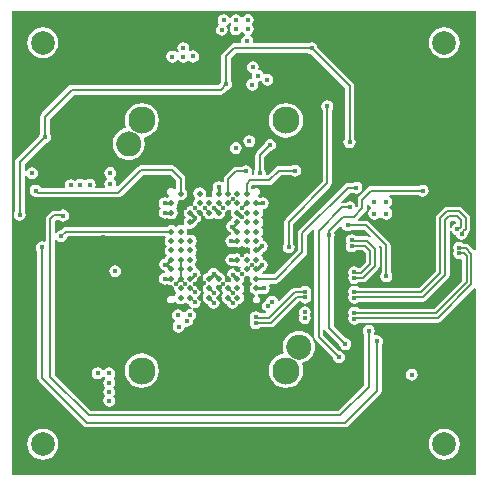
<source format=gtl>
G04*
G04 #@! TF.GenerationSoftware,Altium Limited,Altium Designer,19.1.1 (5)*
G04*
G04 Layer_Physical_Order=1*
G04 Layer_Color=255*
%FSLAX44Y44*%
%MOMM*%
G71*
G01*
G75*
%ADD15P,0.0275X8X112.5*%
%ADD16C,0.5001*%
%ADD22C,0.1500*%
%ADD23C,0.2000*%
%ADD24C,0.3000*%
%ADD25C,0.2540*%
%ADD26C,2.0000*%
%ADD27C,1.3000*%
%ADD28C,2.3000*%
%ADD29C,0.4000*%
G36*
X396431Y194684D02*
X395161Y194158D01*
X390597Y198723D01*
X389357Y199552D01*
X387893Y199843D01*
X386249D01*
X386075Y200104D01*
X384421Y201209D01*
X382470Y201597D01*
X380519Y201209D01*
X378865Y200104D01*
X377760Y198450D01*
X377372Y196499D01*
X377760Y194548D01*
X378127Y193999D01*
X377760Y193450D01*
X377372Y191499D01*
X377760Y189548D01*
X378865Y187894D01*
X380519Y186789D01*
X382470Y186401D01*
X383807Y186667D01*
X385077Y185816D01*
Y168514D01*
X361256Y144693D01*
X297659D01*
X297485Y144955D01*
X295831Y146060D01*
X293880Y146448D01*
X291929Y146060D01*
X290275Y144955D01*
X289170Y143301D01*
X288782Y141350D01*
X289170Y139399D01*
X289537Y138850D01*
X289170Y138301D01*
X288782Y136350D01*
X289170Y134399D01*
X290275Y132745D01*
X291929Y131640D01*
X293880Y131252D01*
X295831Y131640D01*
X297485Y132745D01*
X297659Y133007D01*
X364513D01*
X365977Y133298D01*
X367217Y134126D01*
X395161Y162071D01*
X396431Y161545D01*
Y3569D01*
X3569D01*
Y396431D01*
X396431D01*
Y194684D01*
D02*
G37*
%LPC*%
G36*
X203660Y394228D02*
X201709Y393840D01*
X200055Y392735D01*
X199246Y391524D01*
X197907Y391418D01*
X197789Y391455D01*
X197075Y392525D01*
X195421Y393630D01*
X193470Y394018D01*
X191519Y393630D01*
X189865Y392525D01*
X188947Y391151D01*
X188919Y391140D01*
X187878Y391073D01*
X187536Y391151D01*
X186725Y392365D01*
X185071Y393470D01*
X183120Y393858D01*
X181169Y393470D01*
X179515Y392365D01*
X178410Y390711D01*
X178022Y388760D01*
X178410Y386809D01*
X179374Y385366D01*
X177935Y384405D01*
X176830Y382751D01*
X176442Y380800D01*
X176830Y378849D01*
X177935Y377195D01*
X179589Y376090D01*
X181540Y375702D01*
X183491Y376090D01*
X185145Y377195D01*
X186250Y378849D01*
X186638Y380800D01*
X186250Y382751D01*
X185286Y384194D01*
X186725Y385155D01*
X187643Y386529D01*
X187671Y386540D01*
X188711Y386608D01*
X189054Y386529D01*
X189272Y386203D01*
X189705Y384965D01*
X188600Y383311D01*
X188212Y381360D01*
X188600Y379409D01*
X189705Y377755D01*
X191359Y376650D01*
X193310Y376262D01*
X195261Y376650D01*
X196915Y377755D01*
X197726Y378970D01*
X199043Y379103D01*
X199196Y379057D01*
X199845Y378085D01*
X200865Y377404D01*
X200898Y377304D01*
X200777Y375935D01*
X199595Y375145D01*
X198490Y373491D01*
X198102Y371540D01*
X198303Y370528D01*
X197300Y369258D01*
X191880D01*
X190319Y368948D01*
X188996Y368064D01*
X188996Y368064D01*
X182356Y361424D01*
X181472Y360101D01*
X181162Y358540D01*
X181162Y358540D01*
Y337696D01*
X180530Y336751D01*
X180308Y335636D01*
X178751Y334078D01*
X54420D01*
X54420Y334078D01*
X52859Y333768D01*
X51536Y332884D01*
X51536Y332884D01*
X28926Y310274D01*
X28042Y308951D01*
X27732Y307390D01*
X27732Y307390D01*
Y292806D01*
X27100Y291861D01*
X26878Y290746D01*
X7566Y271434D01*
X6682Y270111D01*
X6372Y268550D01*
X6372Y268550D01*
Y227086D01*
X5740Y226141D01*
X5352Y224190D01*
X5740Y222239D01*
X6845Y220585D01*
X8499Y219480D01*
X10450Y219092D01*
X12401Y219480D01*
X14055Y220585D01*
X15160Y222239D01*
X15548Y224190D01*
X15160Y226141D01*
X14528Y227086D01*
Y257662D01*
X14746Y258842D01*
X14746Y258842D01*
Y258842D01*
X15798Y258946D01*
X15828Y258797D01*
X16080Y257529D01*
X17185Y255875D01*
X18839Y254770D01*
X20790Y254382D01*
X22741Y254770D01*
X24395Y255875D01*
X25500Y257529D01*
X25888Y259480D01*
X25500Y261431D01*
X24395Y263085D01*
X22741Y264190D01*
X20790Y264578D01*
X18839Y264190D01*
X17185Y263085D01*
X16080Y261431D01*
X15828Y260163D01*
X15798Y260014D01*
X14746Y260118D01*
Y260118D01*
X14746Y260118D01*
X14528Y261298D01*
Y266861D01*
X32646Y284978D01*
X33761Y285200D01*
X35415Y286305D01*
X36520Y287959D01*
X36908Y289910D01*
X36520Y291861D01*
X35888Y292806D01*
Y305701D01*
X56109Y325922D01*
X180440D01*
X180440Y325922D01*
X182001Y326232D01*
X183324Y327116D01*
X186076Y329868D01*
X187191Y330090D01*
X188845Y331195D01*
X189950Y332849D01*
X190338Y334800D01*
X189950Y336751D01*
X189318Y337696D01*
Y356851D01*
X193569Y361102D01*
X254664D01*
X255609Y360470D01*
X256724Y360248D01*
X285582Y331391D01*
Y288696D01*
X284950Y287751D01*
X284562Y285800D01*
X284950Y283849D01*
X286055Y282195D01*
X287709Y281090D01*
X289660Y280702D01*
X291611Y281090D01*
X293265Y282195D01*
X294370Y283849D01*
X294758Y285800D01*
X294370Y287751D01*
X293738Y288696D01*
Y333080D01*
X293738Y333080D01*
X293428Y334641D01*
X292544Y335964D01*
X292544Y335964D01*
X262492Y366016D01*
X262270Y367131D01*
X261165Y368785D01*
X259511Y369890D01*
X257560Y370278D01*
X255609Y369890D01*
X254664Y369258D01*
X209100D01*
X208097Y370528D01*
X208298Y371540D01*
X207910Y373491D01*
X206805Y375145D01*
X205786Y375826D01*
X205752Y375926D01*
X205872Y377295D01*
X207055Y378085D01*
X208160Y379739D01*
X208548Y381690D01*
X208160Y383641D01*
X207055Y385295D01*
Y385385D01*
X207265Y385525D01*
X208370Y387179D01*
X208758Y389130D01*
X208370Y391081D01*
X207265Y392735D01*
X205611Y393840D01*
X203660Y394228D01*
D02*
G37*
G36*
X149070Y370398D02*
X147119Y370010D01*
X145465Y368905D01*
X144360Y367251D01*
X143972Y365300D01*
X144360Y363349D01*
X144989Y362408D01*
X144758Y361976D01*
X143570Y361776D01*
X143244Y361839D01*
X141731Y362850D01*
X139780Y363238D01*
X137829Y362850D01*
X136175Y361745D01*
X135070Y360091D01*
X134682Y358140D01*
X135070Y356189D01*
X136175Y354535D01*
X137829Y353430D01*
X139780Y353042D01*
X141731Y353430D01*
X143385Y354535D01*
X143790Y355142D01*
X145060D01*
X145465Y354535D01*
X147119Y353430D01*
X149070Y353042D01*
X151021Y353430D01*
X152371Y354332D01*
X153695Y354635D01*
X155349Y353530D01*
X157300Y353142D01*
X159251Y353530D01*
X160905Y354635D01*
X162010Y356289D01*
X162398Y358240D01*
X162010Y360191D01*
X160905Y361845D01*
X159251Y362950D01*
X157300Y363338D01*
X155349Y362950D01*
X154792Y362578D01*
X154002Y363180D01*
X153798Y363441D01*
X154168Y365300D01*
X153780Y367251D01*
X152675Y368905D01*
X151021Y370010D01*
X149070Y370398D01*
D02*
G37*
G36*
X370000Y383112D02*
X366606Y382665D01*
X363444Y381356D01*
X360728Y379272D01*
X358644Y376556D01*
X357335Y373394D01*
X356888Y370000D01*
X357335Y366606D01*
X358644Y363444D01*
X360728Y360728D01*
X363444Y358644D01*
X366606Y357335D01*
X370000Y356888D01*
X373394Y357335D01*
X376556Y358644D01*
X379272Y360728D01*
X381356Y363444D01*
X382665Y366606D01*
X383112Y370000D01*
X382665Y373394D01*
X381356Y376556D01*
X379272Y379272D01*
X376556Y381356D01*
X373394Y382665D01*
X370000Y383112D01*
D02*
G37*
G36*
X30000D02*
X26606Y382665D01*
X23444Y381356D01*
X20728Y379272D01*
X18644Y376556D01*
X17335Y373394D01*
X16888Y370000D01*
X17335Y366606D01*
X18644Y363444D01*
X20728Y360728D01*
X23444Y358644D01*
X26606Y357335D01*
X30000Y356888D01*
X33394Y357335D01*
X36556Y358644D01*
X39272Y360728D01*
X41356Y363444D01*
X42665Y366606D01*
X43112Y370000D01*
X42665Y373394D01*
X41356Y376556D01*
X39272Y379272D01*
X36556Y381356D01*
X33394Y382665D01*
X30000Y383112D01*
D02*
G37*
G36*
X207840Y354248D02*
X205889Y353860D01*
X204235Y352755D01*
X203130Y351101D01*
X202742Y349150D01*
X203130Y347199D01*
X204235Y345545D01*
X205889Y344440D01*
X207125Y344194D01*
X207180Y344061D01*
X206792Y342110D01*
X207068Y340722D01*
X207180Y340159D01*
X206192Y339352D01*
X205529Y339220D01*
X203875Y338115D01*
X202770Y336461D01*
X202382Y334510D01*
X202770Y332559D01*
X203875Y330905D01*
X205529Y329800D01*
X207480Y329412D01*
X209431Y329800D01*
X211085Y330905D01*
X212190Y332559D01*
X212578Y334510D01*
X212302Y335898D01*
X212190Y336461D01*
X213178Y337268D01*
X213841Y337400D01*
X214174Y337623D01*
X215347Y337137D01*
X215470Y336519D01*
X216575Y334865D01*
X218229Y333760D01*
X220180Y333372D01*
X222131Y333760D01*
X223785Y334865D01*
X224890Y336519D01*
X225278Y338470D01*
X224890Y340421D01*
X223785Y342075D01*
X222131Y343180D01*
X220180Y343568D01*
X218229Y343180D01*
X217896Y342957D01*
X216723Y343443D01*
X216600Y344061D01*
X215495Y345715D01*
X213841Y346820D01*
X212605Y347066D01*
X212550Y347199D01*
X212938Y349150D01*
X212550Y351101D01*
X211445Y352755D01*
X209791Y353860D01*
X207840Y354248D01*
D02*
G37*
G36*
X235791Y318874D02*
X232006Y318376D01*
X228478Y316915D01*
X225449Y314591D01*
X223125Y311562D01*
X221664Y308034D01*
X221166Y304249D01*
X221664Y300464D01*
X223125Y296937D01*
X225449Y293908D01*
X228478Y291584D01*
X232006Y290123D01*
X235791Y289624D01*
X239576Y290123D01*
X243103Y291584D01*
X246132Y293908D01*
X248456Y296937D01*
X249917Y300464D01*
X250416Y304249D01*
X249917Y308034D01*
X248456Y311562D01*
X246132Y314591D01*
X243103Y316915D01*
X239576Y318376D01*
X235791Y318874D01*
D02*
G37*
G36*
X204890Y291648D02*
X202939Y291260D01*
X201285Y290155D01*
X200180Y288501D01*
X199792Y286550D01*
X200180Y284599D01*
X201285Y282945D01*
X202939Y281840D01*
X204890Y281452D01*
X206841Y281840D01*
X208495Y282945D01*
X209600Y284599D01*
X209988Y286550D01*
X209600Y288501D01*
X208495Y290155D01*
X206841Y291260D01*
X204890Y291648D01*
D02*
G37*
G36*
X193470Y285878D02*
X191519Y285490D01*
X189865Y284385D01*
X188760Y282731D01*
X188372Y280780D01*
X188760Y278829D01*
X189865Y277175D01*
X191519Y276070D01*
X193470Y275682D01*
X195421Y276070D01*
X197075Y277175D01*
X198180Y278829D01*
X198568Y280780D01*
X198180Y282731D01*
X197075Y284385D01*
X195421Y285490D01*
X193470Y285878D01*
D02*
G37*
G36*
X113789Y318874D02*
X110004Y318376D01*
X106477Y316915D01*
X103448Y314591D01*
X101124Y311562D01*
X99663Y308034D01*
X99164Y304249D01*
X99663Y300464D01*
X100422Y298630D01*
X99905Y297733D01*
X99528Y297471D01*
X99271Y297383D01*
X98878Y297305D01*
X96324Y296247D01*
X95992Y296025D01*
X95633Y295848D01*
X93440Y294165D01*
X93176Y293864D01*
X92875Y293601D01*
X91192Y291407D01*
X91015Y291048D01*
X90793Y290716D01*
X89735Y288162D01*
X89657Y287769D01*
X89528Y287390D01*
X89167Y284649D01*
X89193Y284250D01*
X89167Y283851D01*
X89528Y281110D01*
X89657Y280731D01*
X89735Y280338D01*
X90793Y277784D01*
X91015Y277452D01*
X91192Y277093D01*
X92875Y274900D01*
X93176Y274636D01*
X93440Y274335D01*
X95633Y272652D01*
X95992Y272475D01*
X96324Y272253D01*
X98878Y271195D01*
X99271Y271117D01*
X99650Y270988D01*
X102391Y270627D01*
X102790Y270653D01*
X103189Y270627D01*
X105930Y270988D01*
X106309Y271117D01*
X106701Y271195D01*
X109256Y272253D01*
X109588Y272475D01*
X109947Y272652D01*
X112141Y274335D01*
X112404Y274636D01*
X112705Y274900D01*
X114388Y277093D01*
X114565Y277452D01*
X114787Y277784D01*
X115845Y280338D01*
X115923Y280731D01*
X116052Y281110D01*
X116413Y283851D01*
X116387Y284250D01*
X116413Y284649D01*
X116052Y287390D01*
X115923Y287769D01*
X115845Y288162D01*
X115564Y288842D01*
X116199Y289942D01*
X117575Y290123D01*
X121102Y291584D01*
X124131Y293908D01*
X126455Y296937D01*
X127916Y300464D01*
X128414Y304249D01*
X127916Y308034D01*
X126455Y311562D01*
X124131Y314591D01*
X121102Y316915D01*
X117575Y318376D01*
X113789Y318874D01*
D02*
G37*
G36*
X222490Y288458D02*
X220539Y288070D01*
X218885Y286965D01*
X217780Y285311D01*
X217469Y283746D01*
X210956Y277234D01*
X210128Y275993D01*
X209837Y274530D01*
Y262868D01*
X208950Y261541D01*
X208562Y259590D01*
X208725Y258772D01*
X207859Y257718D01*
X207507Y257736D01*
X206830Y259009D01*
X207218Y260960D01*
X206830Y262911D01*
X205725Y264565D01*
X204071Y265670D01*
X202120Y266058D01*
X200169Y265670D01*
X198842Y264783D01*
X193590D01*
X192127Y264492D01*
X190886Y263664D01*
X184115Y256893D01*
X183287Y255652D01*
X182995Y254189D01*
Y252384D01*
X181726Y251705D01*
X180791Y252330D01*
X178840Y252718D01*
X176889Y252330D01*
X175235Y251225D01*
X174130Y249571D01*
X173742Y247620D01*
X174130Y245669D01*
X174387Y245285D01*
X173639Y244167D01*
X173212Y242020D01*
X173559Y240279D01*
X173452Y240085D01*
X172755Y239388D01*
X172561Y239282D01*
X170819Y239628D01*
X169081Y239282D01*
X168888Y239388D01*
X168187Y240090D01*
X168083Y240280D01*
X168430Y242020D01*
X168002Y244167D01*
X166787Y245986D01*
X164967Y247202D01*
X162821Y247629D01*
X160675Y247202D01*
X158855Y245986D01*
X157640Y244167D01*
X157213Y242020D01*
X157640Y239874D01*
X158855Y238055D01*
Y237985D01*
X157640Y236166D01*
X157213Y234019D01*
X157558Y232281D01*
X157452Y232088D01*
X156750Y231387D01*
X156561Y231283D01*
X154820Y231629D01*
X152674Y231202D01*
X150854Y229987D01*
X149639Y228167D01*
X149212Y226021D01*
X149639Y223875D01*
X150854Y222055D01*
Y221986D01*
X149639Y220166D01*
X149212Y218020D01*
X149558Y216279D01*
X149451Y216084D01*
X148755Y215388D01*
X148560Y215281D01*
X146819Y215627D01*
X144673Y215200D01*
X142853Y213985D01*
X142786D01*
X140967Y215200D01*
X138821Y215627D01*
X136674Y215200D01*
X134855Y213985D01*
X134760Y213842D01*
X49579D01*
X48116Y213551D01*
X46875Y212722D01*
X45369Y211216D01*
X43579Y210860D01*
X41925Y209755D01*
X41443Y209034D01*
X40173Y209419D01*
Y218756D01*
X41394Y219977D01*
X43563D01*
X45189Y218890D01*
X47140Y218502D01*
X49091Y218890D01*
X50745Y219995D01*
X51850Y221649D01*
X52238Y223600D01*
X51850Y225551D01*
X50745Y227205D01*
X49091Y228310D01*
X47140Y228698D01*
X45189Y228310D01*
X44162Y227623D01*
X39810D01*
X38347Y227332D01*
X37106Y226504D01*
X33646Y223044D01*
X32818Y221803D01*
X32527Y220340D01*
Y201808D01*
X31407Y201209D01*
X31091Y201420D01*
X29140Y201808D01*
X27189Y201420D01*
X25535Y200315D01*
X24430Y198661D01*
X24042Y196710D01*
X24430Y194759D01*
X25317Y193432D01*
Y86430D01*
X25608Y84967D01*
X26436Y83726D01*
X64646Y45516D01*
X65887Y44688D01*
X67350Y44397D01*
X286210D01*
X287673Y44688D01*
X288914Y45516D01*
X315784Y72386D01*
X316612Y73627D01*
X316903Y75090D01*
Y113952D01*
X317790Y115279D01*
X318178Y117230D01*
X317790Y119181D01*
X316685Y120835D01*
X315031Y121940D01*
X313080Y122328D01*
X311129Y121940D01*
X310533Y123018D01*
X310404Y123582D01*
X310770Y124129D01*
X311158Y126080D01*
X310770Y128031D01*
X309665Y129685D01*
X308011Y130790D01*
X306060Y131178D01*
X304109Y130790D01*
X302455Y129685D01*
X301350Y128031D01*
X300962Y126080D01*
X301350Y124129D01*
X302237Y122802D01*
Y80204D01*
X280146Y58113D01*
X70504D01*
X40173Y88444D01*
Y202881D01*
X41443Y203266D01*
X41925Y202545D01*
X43579Y201440D01*
X45530Y201052D01*
X47481Y201440D01*
X49135Y202545D01*
X50240Y204199D01*
X50507Y205539D01*
X51163Y206196D01*
X133467D01*
X134146Y204925D01*
X133639Y204167D01*
X133212Y202020D01*
X133639Y199874D01*
X134855Y198055D01*
Y197985D01*
X133639Y196166D01*
X133212Y194020D01*
X133639Y191873D01*
X134180Y191063D01*
X134834Y190020D01*
X134180Y188977D01*
X133639Y188167D01*
X133514Y187537D01*
X132982Y187005D01*
X131699Y186750D01*
X130045Y185645D01*
X128940Y183991D01*
X128552Y182040D01*
X128940Y180089D01*
X130045Y178435D01*
X131699Y177330D01*
X132722Y177127D01*
X133057Y176158D01*
X132321Y174969D01*
X131369Y174780D01*
X129715Y173675D01*
X128610Y172021D01*
X128222Y170070D01*
X128610Y168119D01*
X129715Y166465D01*
X131369Y165360D01*
X133320Y164972D01*
X135271Y165360D01*
X135582Y165568D01*
X136674Y164837D01*
X138821Y164411D01*
X138859Y164418D01*
X138932Y164369D01*
X139816Y163046D01*
X141139Y162162D01*
X141216Y162047D01*
X141211Y162021D01*
X141638Y159874D01*
X142853Y158055D01*
Y157985D01*
X141638Y156166D01*
X141557Y155759D01*
X140342Y155391D01*
X140234Y155498D01*
X137107D01*
X135544Y153935D01*
Y150808D01*
X137107Y149244D01*
X140234D01*
X141213Y150223D01*
X142793Y150144D01*
X142853Y150054D01*
X144673Y148838D01*
X146819Y148411D01*
X148965Y148838D01*
X150785Y150054D01*
X150854D01*
X152674Y148838D01*
X153656Y148643D01*
X153760Y148119D01*
X154865Y146465D01*
X156095Y145643D01*
X155600Y144447D01*
X154690Y144628D01*
X152739Y144240D01*
X151085Y143135D01*
X150236Y141864D01*
X148988Y141758D01*
X148791Y141813D01*
X148055Y142915D01*
X146401Y144020D01*
X144450Y144408D01*
X142499Y144020D01*
X140845Y142915D01*
X139740Y141261D01*
X139352Y139310D01*
X139740Y137359D01*
X140845Y135705D01*
X141796Y135070D01*
X141797Y133543D01*
X141305Y133215D01*
X140200Y131561D01*
X139812Y129610D01*
X140200Y127659D01*
X141305Y126005D01*
X142959Y124900D01*
X144910Y124512D01*
X146861Y124900D01*
X148515Y126005D01*
X149620Y127659D01*
X149842Y128775D01*
X150151Y129620D01*
X151222Y129697D01*
X152200Y129502D01*
X154151Y129890D01*
X155805Y130995D01*
X156910Y132649D01*
X157298Y134600D01*
X157182Y135182D01*
X158295Y135925D01*
X159400Y137579D01*
X159788Y139530D01*
X159400Y141481D01*
X158295Y143135D01*
X157065Y143957D01*
X157560Y145153D01*
X158470Y144972D01*
X160421Y145360D01*
X162075Y146465D01*
X163180Y148119D01*
X163568Y150070D01*
X163180Y152021D01*
X162075Y153675D01*
Y154855D01*
X163180Y156509D01*
X163568Y158460D01*
X163180Y160411D01*
X162075Y162065D01*
X160421Y163170D01*
X160191Y163216D01*
X160002Y164167D01*
X159460Y164977D01*
X158807Y166020D01*
X159460Y167063D01*
X160002Y167873D01*
X160201Y168874D01*
X160381Y168910D01*
X162035Y170015D01*
X163140Y171669D01*
X163528Y173620D01*
X163140Y175571D01*
X162035Y177225D01*
X160381Y178330D01*
X160366Y178333D01*
X160002Y180166D01*
X158786Y181986D01*
Y182055D01*
X160002Y183875D01*
X160429Y186021D01*
X160002Y188167D01*
X159460Y188977D01*
X158807Y190020D01*
X159460Y191063D01*
X160002Y191873D01*
X160429Y194020D01*
X160002Y196166D01*
X158786Y197985D01*
Y198055D01*
X160002Y199874D01*
X160429Y202020D01*
X160002Y204167D01*
X158786Y205986D01*
X156966Y207202D01*
X154820Y207629D01*
X153080Y207283D01*
X152890Y207386D01*
X152188Y208088D01*
X152082Y208281D01*
X152428Y210019D01*
X152081Y211760D01*
X152188Y211954D01*
X152885Y212651D01*
X153079Y212758D01*
X154820Y212411D01*
X156966Y212838D01*
X158786Y214054D01*
X160002Y215874D01*
X160164Y216689D01*
X160921Y216840D01*
X162575Y217945D01*
X163680Y219599D01*
X164068Y221550D01*
X163680Y223501D01*
X162575Y225155D01*
X160921Y226260D01*
X160492Y226345D01*
X160332Y226505D01*
X160083Y227759D01*
X160189Y227952D01*
X160891Y228654D01*
X160932Y228676D01*
X162167Y228236D01*
X162240Y227869D01*
X163345Y226215D01*
X164999Y225110D01*
X165408Y225029D01*
X165638Y223875D01*
X166854Y222055D01*
X168673Y220840D01*
X170819Y220413D01*
X172966Y220840D01*
X174785Y222055D01*
X174855D01*
X176674Y220840D01*
X178820Y220413D01*
X180967Y220840D01*
X182786Y222055D01*
X184002Y223875D01*
X184429Y226021D01*
X184415Y226089D01*
X184451Y226142D01*
X185774Y227026D01*
X186658Y228349D01*
X186766Y228421D01*
X186819Y228411D01*
X188559Y228757D01*
X188749Y228654D01*
X189452Y227952D01*
X189557Y227759D01*
X189212Y226021D01*
X189639Y223875D01*
X190854Y222055D01*
Y221986D01*
X189639Y220166D01*
X189421Y219073D01*
X188549Y218900D01*
X186895Y217795D01*
X185790Y216141D01*
X185402Y214190D01*
X185790Y212239D01*
X186895Y210585D01*
X188549Y209480D01*
X189121Y209366D01*
X189540Y208194D01*
X188963Y207162D01*
X188742Y206929D01*
X187489Y206680D01*
X185835Y205575D01*
X184730Y203921D01*
X184342Y201970D01*
X184730Y200019D01*
X185835Y198365D01*
X187489Y197260D01*
X189440Y196872D01*
X191391Y197260D01*
X191717Y197478D01*
X192674Y196839D01*
X194820Y196412D01*
X196966Y196839D01*
X198786Y198055D01*
X198855D01*
X200675Y196839D01*
X202821Y196412D01*
X204559Y196758D01*
X204752Y196652D01*
X205453Y195950D01*
X205557Y195760D01*
X205211Y194020D01*
X205557Y192282D01*
X205454Y192093D01*
X204747Y191387D01*
X204559Y191284D01*
X202821Y191629D01*
X200675Y191203D01*
X199863Y190660D01*
X198820Y190009D01*
X197778Y190660D01*
X196966Y191203D01*
X194820Y191629D01*
X192674Y191203D01*
X191799Y190618D01*
X191601Y190750D01*
X189650Y191138D01*
X187699Y190750D01*
X186045Y189645D01*
X184940Y187991D01*
X184552Y186040D01*
X184940Y184089D01*
X186045Y182435D01*
X187699Y181330D01*
X189650Y180942D01*
X191601Y181330D01*
X191770Y181443D01*
X192674Y180840D01*
X194820Y180413D01*
X196561Y180759D01*
X196755Y180652D01*
X197452Y179955D01*
X197559Y179761D01*
X197213Y178020D01*
X197427Y176942D01*
X197223Y176520D01*
X196465Y175803D01*
X195702Y175912D01*
X194805Y177255D01*
X193151Y178360D01*
X191200Y178748D01*
X189249Y178360D01*
X187595Y177255D01*
X186490Y175601D01*
X186102Y173650D01*
X186490Y171699D01*
X187595Y170045D01*
X188941Y169146D01*
X189048Y168368D01*
X188350Y167631D01*
X187907Y167412D01*
X186819Y167629D01*
X185081Y167283D01*
X184893Y167386D01*
X184186Y168093D01*
X184083Y168281D01*
X184429Y170019D01*
X184002Y172165D01*
X182786Y173985D01*
X180967Y175201D01*
X179605Y175471D01*
X179575Y175502D01*
X179430Y176231D01*
X178325Y177885D01*
X176671Y178990D01*
X174720Y179378D01*
X172769Y178990D01*
X171115Y177885D01*
X170010Y176231D01*
X169852Y175435D01*
X168673Y175201D01*
X166854Y173985D01*
X165638Y172165D01*
X165211Y170019D01*
X165638Y167873D01*
X166179Y167063D01*
X166833Y166020D01*
X166179Y164977D01*
X165638Y164167D01*
X165211Y162021D01*
X165638Y159874D01*
X166854Y158055D01*
Y157985D01*
X165638Y156166D01*
X165211Y154020D01*
X165638Y151873D01*
X166854Y150054D01*
X168673Y148838D01*
X169783Y148617D01*
X169950Y147779D01*
X171055Y146125D01*
X172709Y145020D01*
X174660Y144632D01*
X176611Y145020D01*
X178265Y146125D01*
X179370Y147779D01*
X179758Y149730D01*
X179370Y151681D01*
X178265Y153335D01*
Y154585D01*
X179370Y156239D01*
X179758Y158190D01*
X179370Y160141D01*
X178265Y161795D01*
X176651Y162873D01*
X176565Y163275D01*
X176509Y163727D01*
X177541Y164665D01*
X178820Y164411D01*
X180558Y164756D01*
X180747Y164653D01*
X181453Y163947D01*
X181556Y163759D01*
X181211Y162021D01*
X181637Y159874D01*
X182853Y158055D01*
Y157985D01*
X181637Y156166D01*
X181211Y154020D01*
X181637Y151873D01*
X182853Y150054D01*
X184673Y148838D01*
X185969Y148580D01*
X186110Y147869D01*
X187215Y146215D01*
X188869Y145110D01*
X190820Y144722D01*
X192771Y145110D01*
X194425Y146215D01*
X195530Y147869D01*
X195671Y148581D01*
X196966Y148838D01*
X198786Y150054D01*
X200002Y151873D01*
X200428Y154020D01*
X200002Y156166D01*
X198786Y157985D01*
Y158055D01*
X200002Y159874D01*
X200428Y162021D01*
X200002Y164167D01*
X199460Y164977D01*
X198807Y166020D01*
X199460Y167063D01*
X200002Y167873D01*
X200428Y170019D01*
X200082Y171760D01*
X200189Y171954D01*
X200886Y172651D01*
X201080Y172758D01*
X202821Y172412D01*
X204559Y172757D01*
X204752Y172652D01*
X205453Y171949D01*
X205557Y171760D01*
X205211Y170019D01*
X205638Y167873D01*
X206179Y167063D01*
X206833Y166020D01*
X206179Y164977D01*
X205638Y164167D01*
X205211Y162021D01*
X205638Y159874D01*
X206854Y158055D01*
X208673Y156839D01*
X209284Y156718D01*
X209323Y155415D01*
X207842Y153935D01*
Y150808D01*
X209406Y149244D01*
X212533D01*
X214096Y150808D01*
Y153935D01*
X212566Y155465D01*
X212558Y156758D01*
X212966Y156839D01*
X214197Y157662D01*
X214583D01*
X215109Y157310D01*
X217060Y156922D01*
X219011Y157310D01*
X220665Y158415D01*
X221770Y160069D01*
X222158Y162020D01*
X221770Y163971D01*
X221302Y164671D01*
X221981Y165941D01*
X227029D01*
X227029Y165941D01*
X228590Y166251D01*
X229913Y167135D01*
X252634Y189856D01*
X252634Y189856D01*
X253518Y191179D01*
X253828Y192740D01*
Y206811D01*
X258834Y211816D01*
X260004Y211190D01*
X259927Y210800D01*
Y120880D01*
X260218Y119417D01*
X261046Y118176D01*
X275759Y103464D01*
X276070Y101899D01*
X277175Y100245D01*
X278829Y99140D01*
X280780Y98752D01*
X282731Y99140D01*
X284385Y100245D01*
X285490Y101899D01*
X285878Y103850D01*
X285490Y105801D01*
X284385Y107455D01*
X282731Y108560D01*
X281166Y108871D01*
X267573Y122464D01*
Y126277D01*
X267775Y126413D01*
X269500Y126075D01*
X269606Y125916D01*
X281169Y114354D01*
X281480Y112789D01*
X282585Y111135D01*
X284239Y110030D01*
X286190Y109642D01*
X288141Y110030D01*
X289795Y111135D01*
X290900Y112789D01*
X291288Y114740D01*
X290900Y116691D01*
X289795Y118345D01*
X288141Y119450D01*
X286576Y119761D01*
X276133Y130204D01*
Y204537D01*
X276810Y205549D01*
X277198Y207500D01*
X276810Y209451D01*
X276789Y209482D01*
X281992Y214685D01*
X283370Y214266D01*
X283560Y213309D01*
X284665Y211655D01*
X286319Y210550D01*
X288270Y210162D01*
X290221Y210550D01*
X291548Y211437D01*
X302266D01*
X307533Y206170D01*
X306723Y205184D01*
X306037Y205642D01*
X304573Y205933D01*
X295339D01*
X295165Y206195D01*
X293511Y207300D01*
X291560Y207688D01*
X289609Y207300D01*
X287955Y206195D01*
X286850Y204541D01*
X286462Y202590D01*
X286850Y200639D01*
X287217Y200090D01*
X286850Y199541D01*
X286462Y197590D01*
X286850Y195639D01*
X287955Y193985D01*
X289609Y192880D01*
X291560Y192492D01*
X293511Y192880D01*
X295165Y193985D01*
X295339Y194247D01*
X301316D01*
X303537Y192026D01*
Y184314D01*
X298500Y179277D01*
X297195Y179205D01*
X295541Y180310D01*
X293590Y180698D01*
X291639Y180310D01*
X289985Y179205D01*
X288880Y177551D01*
X288492Y175600D01*
X288880Y173649D01*
X289247Y173100D01*
X288880Y172551D01*
X288492Y170600D01*
X288880Y168649D01*
X289985Y166995D01*
X291639Y165890D01*
X293590Y165502D01*
X295541Y165890D01*
X297195Y166995D01*
X297369Y167257D01*
X301423D01*
X302887Y167548D01*
X304127Y168376D01*
X314104Y178353D01*
X314932Y179593D01*
X315223Y181057D01*
Y195284D01*
X314932Y196747D01*
X314474Y197433D01*
X315460Y198243D01*
X316947Y196756D01*
Y175388D01*
X316060Y174061D01*
X315672Y172110D01*
X316060Y170159D01*
X317165Y168505D01*
X318819Y167400D01*
X320770Y167012D01*
X322721Y167400D01*
X324375Y168505D01*
X325480Y170159D01*
X325868Y172110D01*
X325480Y174061D01*
X324593Y175388D01*
Y198340D01*
X324302Y199803D01*
X323474Y201044D01*
X306554Y217964D01*
X305313Y218792D01*
X303850Y219083D01*
X297157D01*
X296631Y220353D01*
X303284Y227006D01*
X304112Y228247D01*
X304403Y229710D01*
Y233178D01*
X305673Y233304D01*
X305710Y233119D01*
X306815Y231465D01*
X307801Y230807D01*
X307821Y229293D01*
X307135Y228835D01*
X306030Y227181D01*
X305642Y225230D01*
X306030Y223279D01*
X307135Y221625D01*
X308789Y220520D01*
X310740Y220132D01*
X312691Y220520D01*
X314345Y221625D01*
X315095Y222749D01*
X316539Y222738D01*
X317295Y221605D01*
X318949Y220500D01*
X320900Y220112D01*
X322851Y220500D01*
X324505Y221605D01*
X325610Y223259D01*
X325998Y225210D01*
X325610Y227161D01*
X324505Y228815D01*
X323313Y229611D01*
X323195Y230969D01*
X323231Y231077D01*
X324275Y231775D01*
X325380Y233429D01*
X325768Y235380D01*
X325380Y237331D01*
X324275Y238985D01*
X323374Y239587D01*
X323759Y240857D01*
X348362D01*
X349689Y239970D01*
X351640Y239582D01*
X353591Y239970D01*
X355245Y241075D01*
X356350Y242729D01*
X356738Y244680D01*
X356350Y246631D01*
X355245Y248285D01*
X353591Y249390D01*
X351640Y249778D01*
X349689Y249390D01*
X348362Y248503D01*
X308170D01*
X306707Y248212D01*
X305466Y247384D01*
X297876Y239794D01*
X297048Y238553D01*
X296757Y237090D01*
Y231467D01*
X295816Y230694D01*
X294667Y231098D01*
X294410Y232391D01*
X293305Y234045D01*
X291651Y235150D01*
X289700Y235538D01*
X287749Y235150D01*
X286422Y234263D01*
X283390D01*
X282999Y234186D01*
X282374Y235356D01*
X290079Y243062D01*
X292644D01*
X293589Y242430D01*
X295540Y242042D01*
X297491Y242430D01*
X299145Y243535D01*
X300250Y245189D01*
X300638Y247140D01*
X300250Y249091D01*
X299145Y250745D01*
X297491Y251850D01*
X295540Y252238D01*
X293589Y251850D01*
X292644Y251218D01*
X288390D01*
X288390Y251218D01*
X286829Y250908D01*
X285506Y250024D01*
X285506Y250024D01*
X246866Y211384D01*
X245982Y210061D01*
X245672Y208500D01*
X245672Y208500D01*
Y194429D01*
X225340Y174097D01*
X216161D01*
X215562Y175217D01*
X216001Y175874D01*
X216161Y176677D01*
X217281Y176900D01*
X218935Y178005D01*
X220040Y179659D01*
X220428Y181610D01*
X220040Y183561D01*
X218935Y185215D01*
X217281Y186320D01*
X216331Y186509D01*
X216001Y188167D01*
X215460Y188977D01*
X214806Y190020D01*
X215460Y191063D01*
X216001Y191873D01*
X216129Y192517D01*
X216159Y192547D01*
X217281Y192770D01*
X218935Y193875D01*
X220040Y195529D01*
X220428Y197480D01*
X220040Y199431D01*
X218935Y201085D01*
X217281Y202190D01*
X216358Y202374D01*
X216001Y204167D01*
X215460Y204977D01*
X214806Y206020D01*
X215460Y207063D01*
X216001Y207873D01*
X216428Y210019D01*
X216001Y212165D01*
X214785Y213985D01*
Y214054D01*
X216001Y215874D01*
X216428Y218020D01*
X216001Y220166D01*
X214785Y221986D01*
Y222055D01*
X216001Y223875D01*
X216428Y226021D01*
X216108Y227630D01*
X216789Y228854D01*
X216966Y229008D01*
X218031Y229220D01*
X219685Y230325D01*
X220790Y231979D01*
X221178Y233930D01*
X220790Y235881D01*
X219685Y237535D01*
X218031Y238640D01*
X216080Y239028D01*
X214129Y238640D01*
X213967Y238532D01*
X212966Y239201D01*
X212558Y239282D01*
X212566Y240575D01*
X214096Y242105D01*
Y245232D01*
X212533Y246796D01*
X209406D01*
X208427Y245817D01*
X206847Y245896D01*
X206787Y245986D01*
X206644Y246081D01*
Y248767D01*
X207394Y249517D01*
X221750D01*
X223213Y249808D01*
X224454Y250636D01*
X231584Y257767D01*
X240342D01*
X241669Y256880D01*
X243620Y256492D01*
X245571Y256880D01*
X247225Y257985D01*
X248330Y259639D01*
X248718Y261590D01*
X248330Y263541D01*
X247225Y265195D01*
X245571Y266300D01*
X243620Y266688D01*
X241669Y266300D01*
X240342Y265413D01*
X230000D01*
X228537Y265122D01*
X227296Y264294D01*
X220572Y257569D01*
X219408Y257638D01*
X218585Y258719D01*
X218758Y259590D01*
X218370Y261541D01*
X217483Y262868D01*
Y272946D01*
X222876Y278339D01*
X224441Y278650D01*
X226095Y279755D01*
X227200Y281409D01*
X227588Y283360D01*
X227200Y285311D01*
X226095Y286965D01*
X224441Y288070D01*
X222490Y288458D01*
D02*
G37*
G36*
X139530Y265963D02*
X113140D01*
X111677Y265672D01*
X110436Y264844D01*
X93194Y247601D01*
X92945Y247638D01*
X92819Y247715D01*
X92031Y249057D01*
X92268Y250250D01*
X91880Y252201D01*
X90775Y253855D01*
X90164Y254263D01*
Y255791D01*
X90665Y256125D01*
X91770Y257779D01*
X92158Y259730D01*
X91770Y261681D01*
X90665Y263335D01*
X89011Y264440D01*
X87060Y264828D01*
X85109Y264440D01*
X83455Y263335D01*
X82350Y261681D01*
X81962Y259730D01*
X82350Y257779D01*
X83455Y256125D01*
X84066Y255717D01*
Y254189D01*
X83565Y253855D01*
X82460Y252201D01*
X82072Y250250D01*
X82460Y248299D01*
X82738Y247883D01*
X82139Y246763D01*
X75266D01*
X74560Y248034D01*
X74888Y249680D01*
X74500Y251631D01*
X73395Y253285D01*
X71741Y254390D01*
X69790Y254778D01*
X67839Y254390D01*
X66697Y253627D01*
X65951Y253336D01*
X64853Y253577D01*
X63831Y254260D01*
X61880Y254648D01*
X59929Y254260D01*
X58457Y253276D01*
X57165Y252925D01*
X55511Y254030D01*
X53560Y254418D01*
X51609Y254030D01*
X49955Y252925D01*
X48850Y251271D01*
X48462Y249320D01*
X48718Y248034D01*
X47844Y246763D01*
X28515D01*
X27465Y248335D01*
X25811Y249440D01*
X23860Y249828D01*
X21909Y249440D01*
X20255Y248335D01*
X19150Y246681D01*
X18762Y244730D01*
X19150Y242779D01*
X20255Y241125D01*
X21909Y240020D01*
X23847Y239635D01*
X24187Y239408D01*
X25650Y239117D01*
X93940D01*
X95403Y239408D01*
X96644Y240236D01*
X114724Y258317D01*
X137946D01*
X142996Y253267D01*
Y246081D01*
X142853Y245986D01*
X142793Y245896D01*
X141213Y245817D01*
X140234Y246796D01*
X137107D01*
X135544Y245232D01*
Y242105D01*
X137074Y240575D01*
X137083Y239282D01*
X136674Y239201D01*
X135460Y238390D01*
X135101Y238630D01*
X133150Y239018D01*
X131199Y238630D01*
X129545Y237525D01*
X128440Y235871D01*
X128052Y233920D01*
X128440Y231969D01*
X129545Y230315D01*
X129715Y230202D01*
Y229564D01*
X128610Y227910D01*
X128222Y225959D01*
X128610Y224008D01*
X129715Y222354D01*
X131369Y221249D01*
X133320Y220861D01*
X135271Y221249D01*
X135666Y221513D01*
X136674Y220840D01*
X138821Y220413D01*
X140967Y220840D01*
X142786Y222055D01*
X144002Y223875D01*
X144429Y226021D01*
X144002Y228167D01*
X143461Y228977D01*
X142807Y230020D01*
X143461Y231063D01*
X144002Y231873D01*
X144429Y234019D01*
X144083Y235760D01*
X144186Y235950D01*
X144888Y236652D01*
X145081Y236758D01*
X146819Y236412D01*
X148965Y236839D01*
X150785Y238055D01*
X152001Y239874D01*
X152428Y242020D01*
X152001Y244167D01*
X150785Y245986D01*
X150642Y246081D01*
Y254851D01*
X150351Y256314D01*
X149523Y257554D01*
X142234Y264844D01*
X140993Y265672D01*
X139530Y265963D01*
D02*
G37*
G36*
X382293Y230944D02*
X372207D01*
X370743Y230652D01*
X369503Y229824D01*
X363946Y224267D01*
X363118Y223027D01*
X362827Y221563D01*
Y176604D01*
X348626Y162404D01*
X297479D01*
X297305Y162665D01*
X295651Y163770D01*
X293700Y164158D01*
X291749Y163770D01*
X290095Y162665D01*
X288990Y161011D01*
X288602Y159060D01*
X288990Y157109D01*
X289357Y156560D01*
X288990Y156011D01*
X288602Y154060D01*
X288990Y152109D01*
X290095Y150455D01*
X291749Y149350D01*
X293700Y148962D01*
X295651Y149350D01*
X297305Y150455D01*
X297479Y150717D01*
X351883D01*
X353347Y151008D01*
X354587Y151837D01*
X373394Y170643D01*
X374222Y171883D01*
X374513Y173347D01*
Y218306D01*
X375464Y219257D01*
X379036D01*
X380218Y218075D01*
Y216692D01*
X379099Y216470D01*
X377445Y215365D01*
X376340Y213711D01*
X375952Y211760D01*
X376340Y209809D01*
X377445Y208155D01*
X379099Y207050D01*
X379747Y206921D01*
X379876Y206274D01*
X380981Y204620D01*
X382635Y203515D01*
X384585Y203127D01*
X386536Y203515D01*
X388190Y204620D01*
X389295Y206274D01*
X389683Y208225D01*
X389622Y208533D01*
X390785Y209695D01*
X391614Y210936D01*
X391904Y212399D01*
Y221332D01*
X391614Y222796D01*
X390785Y224036D01*
X384997Y229824D01*
X383757Y230652D01*
X382293Y230944D01*
D02*
G37*
G36*
X270830Y321038D02*
X268879Y320650D01*
X267225Y319545D01*
X266120Y317891D01*
X265732Y315940D01*
X266120Y313989D01*
X267007Y312662D01*
Y252444D01*
X235616Y221054D01*
X234788Y219813D01*
X234497Y218350D01*
Y199838D01*
X233610Y198511D01*
X233222Y196560D01*
X233610Y194609D01*
X234715Y192955D01*
X236369Y191850D01*
X238320Y191462D01*
X240271Y191850D01*
X241925Y192955D01*
X243030Y194609D01*
X243418Y196560D01*
X243030Y198511D01*
X242143Y199838D01*
Y216766D01*
X273534Y248156D01*
X274362Y249397D01*
X274653Y250860D01*
Y312662D01*
X275540Y313989D01*
X275928Y315940D01*
X275540Y317891D01*
X274435Y319545D01*
X272781Y320650D01*
X270830Y321038D01*
D02*
G37*
G36*
X91190Y181648D02*
X89239Y181260D01*
X87585Y180155D01*
X86480Y178501D01*
X86092Y176550D01*
X86480Y174599D01*
X87585Y172945D01*
X89239Y171840D01*
X91190Y171452D01*
X93141Y171840D01*
X94795Y172945D01*
X95900Y174599D01*
X96288Y176550D01*
X95900Y178501D01*
X94795Y180155D01*
X93141Y181260D01*
X91190Y181648D01*
D02*
G37*
G36*
X252070Y164298D02*
X250119Y163910D01*
X248465Y162805D01*
X248291Y162543D01*
X243440D01*
X241977Y162252D01*
X240737Y161424D01*
X230376Y151063D01*
X228998Y151481D01*
X228771Y152622D01*
X227666Y154276D01*
X226012Y155381D01*
X224061Y155769D01*
X222110Y155381D01*
X220456Y154276D01*
X219351Y152622D01*
X219222Y151974D01*
X218575Y151846D01*
X216921Y150740D01*
X215816Y149087D01*
X215428Y147136D01*
X215816Y145185D01*
X216921Y143531D01*
X218575Y142426D01*
X219081Y141030D01*
X218989Y140873D01*
X213939D01*
X213765Y141135D01*
X212111Y142240D01*
X210160Y142628D01*
X208209Y142240D01*
X206555Y141135D01*
X205450Y139481D01*
X205062Y137530D01*
X205450Y135579D01*
X205817Y135030D01*
X205450Y134481D01*
X205062Y132530D01*
X205450Y130579D01*
X206555Y128925D01*
X208209Y127820D01*
X210160Y127432D01*
X212111Y127820D01*
X213765Y128925D01*
X213939Y129187D01*
X223444D01*
X224907Y129478D01*
X226147Y130307D01*
X246697Y150857D01*
X248291D01*
X248465Y150595D01*
X250119Y149490D01*
X252070Y149102D01*
X254021Y149490D01*
X255675Y150595D01*
X256780Y152249D01*
X257168Y154200D01*
X256780Y156151D01*
X256413Y156700D01*
X256780Y157249D01*
X257168Y159200D01*
X256780Y161151D01*
X255675Y162805D01*
X254021Y163910D01*
X252070Y164298D01*
D02*
G37*
G36*
X251800Y146788D02*
X249849Y146400D01*
X248195Y145295D01*
X247090Y143641D01*
X246702Y141690D01*
X247090Y139739D01*
X247457Y139190D01*
X247090Y138641D01*
X246702Y136690D01*
X247090Y134739D01*
X248195Y133085D01*
X249849Y131980D01*
X251800Y131592D01*
X253751Y131980D01*
X255405Y133085D01*
X256510Y134739D01*
X256898Y136690D01*
X256510Y138641D01*
X256143Y139190D01*
X256510Y139739D01*
X256898Y141690D01*
X256510Y143641D01*
X255405Y145295D01*
X253751Y146400D01*
X251800Y146788D01*
D02*
G37*
G36*
X247189Y125874D02*
X246790Y125848D01*
X246391Y125874D01*
X243649Y125513D01*
X243271Y125385D01*
X242878Y125307D01*
X240324Y124249D01*
X239991Y124026D01*
X239632Y123849D01*
X237439Y122166D01*
X237175Y121865D01*
X236874Y121601D01*
X235191Y119408D01*
X235014Y119049D01*
X234792Y118716D01*
X233733Y116162D01*
X233655Y115769D01*
X233527Y115391D01*
X233166Y112649D01*
X233192Y112250D01*
X233166Y111851D01*
X233527Y109109D01*
X233655Y108730D01*
X233733Y108338D01*
X234015Y107658D01*
X233380Y106558D01*
X232006Y106377D01*
X228478Y104916D01*
X225449Y102592D01*
X223125Y99563D01*
X221664Y96036D01*
X221166Y92251D01*
X221664Y88465D01*
X223125Y84938D01*
X225449Y81909D01*
X228478Y79585D01*
X232006Y78124D01*
X235791Y77626D01*
X239576Y78124D01*
X243103Y79585D01*
X246132Y81909D01*
X248456Y84938D01*
X249917Y88465D01*
X250416Y92251D01*
X249917Y96036D01*
X249158Y97869D01*
X249676Y98765D01*
X250053Y99028D01*
X250310Y99115D01*
X250702Y99193D01*
X253256Y100251D01*
X253589Y100474D01*
X253948Y100651D01*
X256141Y102334D01*
X256405Y102635D01*
X256706Y102899D01*
X258389Y105092D01*
X258566Y105451D01*
X258789Y105784D01*
X259847Y108338D01*
X259925Y108730D01*
X260053Y109109D01*
X260414Y111851D01*
X260388Y112250D01*
X260414Y112649D01*
X260053Y115391D01*
X259925Y115769D01*
X259847Y116162D01*
X258789Y118716D01*
X258566Y119049D01*
X258389Y119408D01*
X256706Y121601D01*
X256405Y121865D01*
X256141Y122166D01*
X253948Y123849D01*
X253589Y124026D01*
X253256Y124249D01*
X250702Y125307D01*
X250310Y125385D01*
X249931Y125513D01*
X247189Y125874D01*
D02*
G37*
G36*
X342410Y94068D02*
X340459Y93680D01*
X338805Y92575D01*
X337700Y90921D01*
X337312Y88970D01*
X337700Y87019D01*
X338805Y85365D01*
X340459Y84260D01*
X342410Y83872D01*
X344361Y84260D01*
X346015Y85365D01*
X347120Y87019D01*
X347508Y88970D01*
X347120Y90921D01*
X346015Y92575D01*
X344361Y93680D01*
X342410Y94068D01*
D02*
G37*
G36*
X113789Y106876D02*
X110004Y106377D01*
X106477Y104916D01*
X103448Y102592D01*
X101124Y99563D01*
X99663Y96036D01*
X99164Y92251D01*
X99663Y88465D01*
X101124Y84938D01*
X103448Y81909D01*
X106477Y79585D01*
X110004Y78124D01*
X113789Y77626D01*
X117575Y78124D01*
X121102Y79585D01*
X124131Y81909D01*
X126455Y84938D01*
X127916Y88465D01*
X128414Y92251D01*
X127916Y96036D01*
X126455Y99563D01*
X124131Y102592D01*
X121102Y104916D01*
X117575Y106377D01*
X113789Y106876D01*
D02*
G37*
G36*
X76350Y95168D02*
X74399Y94780D01*
X72745Y93675D01*
X71640Y92021D01*
X71252Y90070D01*
X71640Y88119D01*
X72745Y86465D01*
X74399Y85360D01*
X76350Y84972D01*
X78301Y85360D01*
X79955Y86465D01*
X80463Y87226D01*
X81990D01*
X82326Y86723D01*
X82477Y85860D01*
X82326Y84997D01*
X81460Y83701D01*
X81072Y81750D01*
X81460Y79799D01*
X82071Y78885D01*
X82605Y77715D01*
X81500Y76061D01*
X81112Y74110D01*
X81500Y72159D01*
X82592Y70525D01*
X81500Y68891D01*
X81112Y66940D01*
X81500Y64989D01*
X82605Y63335D01*
X84259Y62230D01*
X86210Y61842D01*
X88161Y62230D01*
X89815Y63335D01*
X90920Y64989D01*
X91308Y66940D01*
X90920Y68891D01*
X89828Y70525D01*
X90920Y72159D01*
X91308Y74110D01*
X90920Y76061D01*
X90309Y76975D01*
X89775Y78145D01*
X90880Y79799D01*
X91268Y81750D01*
X90880Y83701D01*
X90014Y84997D01*
X89863Y85860D01*
X90014Y86723D01*
X90880Y88019D01*
X91268Y89970D01*
X90880Y91921D01*
X89775Y93575D01*
X88121Y94680D01*
X86170Y95068D01*
X84219Y94680D01*
X82565Y93575D01*
X82057Y92814D01*
X80530D01*
X79955Y93675D01*
X78301Y94780D01*
X76350Y95168D01*
D02*
G37*
G36*
X370000Y43112D02*
X366606Y42665D01*
X363444Y41356D01*
X360728Y39272D01*
X358644Y36556D01*
X357335Y33394D01*
X356888Y30000D01*
X357335Y26606D01*
X358644Y23444D01*
X360728Y20728D01*
X363444Y18644D01*
X366606Y17335D01*
X370000Y16888D01*
X373394Y17335D01*
X376556Y18644D01*
X379272Y20728D01*
X381356Y23444D01*
X382665Y26606D01*
X383112Y30000D01*
X382665Y33394D01*
X381356Y36556D01*
X379272Y39272D01*
X376556Y41356D01*
X373394Y42665D01*
X370000Y43112D01*
D02*
G37*
G36*
X30000D02*
X26606Y42665D01*
X23444Y41356D01*
X20728Y39272D01*
X18644Y36556D01*
X17335Y33394D01*
X16888Y30000D01*
X17335Y26606D01*
X18644Y23444D01*
X20728Y20728D01*
X23444Y18644D01*
X26606Y17335D01*
X30000Y16888D01*
X33394Y17335D01*
X36556Y18644D01*
X39272Y20728D01*
X41356Y23444D01*
X42665Y26606D01*
X43112Y30000D01*
X42665Y33394D01*
X41356Y36556D01*
X39272Y39272D01*
X36556Y41356D01*
X33394Y42665D01*
X30000Y43112D01*
D02*
G37*
%LPD*%
G36*
X105531Y294479D02*
X108085Y293421D01*
X110279Y291738D01*
X111961Y289545D01*
X113019Y286991D01*
X113380Y284250D01*
X113019Y281509D01*
X111961Y278955D01*
X110279Y276761D01*
X108085Y275079D01*
X105531Y274021D01*
X102790Y273660D01*
X100049Y274021D01*
X97495Y275079D01*
X95302Y276761D01*
X93619Y278955D01*
X92561Y281509D01*
X92200Y284250D01*
X92561Y286991D01*
X93619Y289545D01*
X95302Y291738D01*
X97495Y293421D01*
X100049Y294479D01*
X102790Y294840D01*
X105531Y294479D01*
D02*
G37*
G36*
X249531Y122481D02*
X252086Y121423D01*
X254279Y119739D01*
X255963Y117546D01*
X257021Y114991D01*
X257382Y112250D01*
X257021Y109509D01*
X255963Y106954D01*
X254279Y104761D01*
X252086Y103077D01*
X249531Y102019D01*
X246790Y101658D01*
X244049Y102019D01*
X241494Y103077D01*
X239301Y104761D01*
X237617Y106954D01*
X236559Y109509D01*
X236198Y112250D01*
X236559Y114991D01*
X237617Y117546D01*
X239301Y119739D01*
X241494Y121423D01*
X244049Y122481D01*
X246790Y122842D01*
X249531Y122481D01*
D02*
G37*
D15*
X210969Y152371D02*
D03*
X138671D02*
D03*
X210969Y243669D02*
D03*
X138671D02*
D03*
D16*
X202821Y154020D02*
D03*
X194820D02*
D03*
X186819D02*
D03*
X178820D02*
D03*
X170819D02*
D03*
X162821D02*
D03*
X154820D02*
D03*
X146819D02*
D03*
X210819Y162021D02*
D03*
X202821D02*
D03*
X194820D02*
D03*
X186819D02*
D03*
X178820D02*
D03*
X170819D02*
D03*
X162821D02*
D03*
X154820D02*
D03*
X146819D02*
D03*
X138821D02*
D03*
X210819Y170019D02*
D03*
X202821D02*
D03*
X194820D02*
D03*
X186819D02*
D03*
X178820D02*
D03*
X170819D02*
D03*
X162821D02*
D03*
X154820D02*
D03*
X146819D02*
D03*
X138821D02*
D03*
X210819Y178020D02*
D03*
X202821D02*
D03*
X194820D02*
D03*
X154820D02*
D03*
X146819D02*
D03*
X138821D02*
D03*
X210819Y186021D02*
D03*
X202821D02*
D03*
X194820D02*
D03*
X154820D02*
D03*
X146819D02*
D03*
X138821D02*
D03*
X210819Y194020D02*
D03*
X202821D02*
D03*
X194820D02*
D03*
X154820D02*
D03*
X146819D02*
D03*
X138821D02*
D03*
X210819Y202020D02*
D03*
X202821D02*
D03*
X194820D02*
D03*
X154820D02*
D03*
X146819D02*
D03*
X138821D02*
D03*
X210819Y210019D02*
D03*
X202821D02*
D03*
X194820D02*
D03*
X154820D02*
D03*
X146819D02*
D03*
X138821D02*
D03*
X210819Y218020D02*
D03*
X202821D02*
D03*
X194820D02*
D03*
X154820D02*
D03*
X146819D02*
D03*
X138821D02*
D03*
X210819Y226021D02*
D03*
X202821D02*
D03*
X194820D02*
D03*
X186819D02*
D03*
X178820D02*
D03*
X170819D02*
D03*
X162821D02*
D03*
X154820D02*
D03*
X146819D02*
D03*
X138821D02*
D03*
X210819Y234019D02*
D03*
X202821D02*
D03*
X194820D02*
D03*
X186819D02*
D03*
X178820D02*
D03*
X170819D02*
D03*
X162821D02*
D03*
X154820D02*
D03*
X146819D02*
D03*
X138821D02*
D03*
X202821Y242020D02*
D03*
X194820D02*
D03*
X186819D02*
D03*
X178820D02*
D03*
X170819D02*
D03*
X162821D02*
D03*
X154820D02*
D03*
X146819D02*
D03*
D22*
X68920Y54290D02*
X281730D01*
X36350Y86860D02*
X68920Y54290D01*
X36350Y86860D02*
Y220340D01*
X67350Y48220D02*
X286210D01*
X29140Y86430D02*
X67350Y48220D01*
X29140Y86430D02*
Y196710D01*
X93940Y242940D02*
X113140Y262140D01*
X25650Y242940D02*
X93940D01*
X23860Y244730D02*
X25650Y242940D01*
X113140Y262140D02*
X139530D01*
X303850Y215260D02*
X320770Y198340D01*
X288270Y215260D02*
X303850D01*
X272310Y128620D02*
Y210410D01*
X293360Y222490D02*
X300580Y229710D01*
X284390Y222490D02*
X293360D01*
X272310Y210410D02*
X284390Y222490D01*
X300580Y229710D02*
Y237090D01*
X283390Y230440D02*
X289700D01*
X263750Y210800D02*
X283390Y230440D01*
X263750Y120880D02*
Y210800D01*
X295829Y154540D02*
X351883D01*
X295827Y154538D02*
X295829Y154540D01*
X293700Y154060D02*
X294178Y154538D01*
X295827D01*
X295829Y158580D02*
X350210D01*
X295827Y158582D02*
X295829Y158580D01*
X293700Y159060D02*
X294178Y158582D01*
X295827D01*
X351883Y154540D02*
X370690Y173347D01*
X350210Y158580D02*
X366650Y175020D01*
X370690Y219890D02*
X373880Y223080D01*
X370690Y173347D02*
Y219890D01*
X366650Y221563D02*
X372207Y227120D01*
X366650Y175020D02*
Y221563D01*
X373880Y223080D02*
X380620D01*
X372207Y227120D02*
X382293D01*
X381050Y211760D02*
X381726D01*
X382892Y212926D01*
X382895D01*
X384041Y214072D01*
Y219659D01*
X380620Y223080D02*
X384041Y219659D01*
X384585Y208225D02*
Y208901D01*
X385751Y210067D01*
Y210069D01*
X388081Y212399D01*
Y221332D01*
X382293Y227120D02*
X388081Y221332D01*
X384599Y191979D02*
X386220D01*
X384597Y191978D02*
X384599Y191979D01*
X382948Y191978D02*
X384597D01*
X388900Y166930D02*
Y189299D01*
X386220Y191979D02*
X388900Y189299D01*
X362840Y140870D02*
X388900Y166930D01*
X382470Y191499D02*
X382948Y191978D01*
X294358Y140872D02*
X296007D01*
X296009Y140870D01*
X362840D01*
X382470Y196499D02*
X382948Y196021D01*
X384597D02*
X384599Y196019D01*
X382948Y196021D02*
X384597D01*
X387893Y196019D02*
X392940Y190973D01*
X384599Y196019D02*
X387893D01*
X392940Y165257D02*
Y190973D01*
X364513Y136830D02*
X392940Y165257D01*
X296033Y136830D02*
X364513D01*
X296032Y136828D02*
X296033Y136830D01*
X296007Y136828D02*
X296009Y136830D01*
X294358Y136828D02*
X296007D01*
X293880Y136350D02*
X294358Y136828D01*
X263750Y120880D02*
X280780Y103850D01*
X270830Y250860D02*
Y315940D01*
X238320Y218350D02*
X270830Y250860D01*
X213660Y274530D02*
X222490Y283360D01*
X320770Y172110D02*
Y198340D01*
X39810Y223800D02*
X46940D01*
X47140Y223600D01*
X36350Y220340D02*
X39810Y223800D01*
X281730Y54290D02*
X306060Y78620D01*
Y126080D01*
X286210Y48220D02*
X313080Y75090D01*
Y117230D01*
X238320Y196560D02*
Y218350D01*
X202821Y178020D02*
Y178071D01*
X206730Y181980D01*
X49579Y210019D02*
X138821D01*
X45710Y206150D02*
X49579Y210019D01*
X45530Y206150D02*
X45710D01*
X230000Y261590D02*
X243620D01*
X221750Y253340D02*
X230000Y261590D01*
X205810Y253340D02*
X221750D01*
X202821Y250351D02*
X205810Y253340D01*
X202821Y242020D02*
Y250351D01*
X213660Y259590D02*
Y274530D01*
X186819Y234019D02*
X186819D01*
X190650Y237850D01*
X193590Y260960D02*
X202120D01*
X186819Y254189D02*
X193590Y260960D01*
X186819Y242020D02*
Y254189D01*
X146819Y242020D02*
Y254851D01*
X139530Y262140D02*
X146819Y254851D01*
X272310Y128620D02*
X286190Y114740D01*
X300580Y237090D02*
X308170Y244680D01*
X351640D01*
X190820Y149820D02*
Y149919D01*
X186819Y153920D02*
Y154020D01*
Y153920D02*
X190820Y149919D01*
X186819Y162021D02*
X186840D01*
X190770Y158090D01*
X221770Y137050D02*
X243440Y158720D01*
X223444Y133010D02*
X245114Y154680D01*
X251590D02*
X252070Y154200D01*
X243440Y158720D02*
X251590D01*
X212289Y133010D02*
X223444D01*
X245114Y154680D02*
X251590D01*
X251590Y158720D02*
X252070Y159200D01*
X212289Y137050D02*
X221770D01*
X170819Y153570D02*
Y154020D01*
Y153570D02*
X174660Y149730D01*
X170819Y162021D02*
X170830D01*
X174660Y158190D01*
X212287Y133008D02*
X212289Y133010D01*
X210638Y133008D02*
X212287D01*
X210160Y132530D02*
X210638Y133008D01*
X212287Y137052D02*
X212289Y137050D01*
X210638Y137052D02*
X212287D01*
X210160Y137530D02*
X210638Y137052D01*
X158425Y158460D02*
X158470D01*
X154820Y162021D02*
X154865D01*
X158425Y158460D01*
X158470Y150070D02*
Y150220D01*
X154820Y153870D02*
Y154020D01*
Y153870D02*
X158470Y150220D01*
X293590Y170600D02*
X294068Y171078D01*
X293590Y175600D02*
X294068Y175122D01*
X291560Y202590D02*
X292038Y202112D01*
X292948D01*
X292950Y202110D01*
X291560Y197590D02*
X292038Y198068D01*
X292948D01*
X292950Y198070D01*
X302900D01*
X292950Y202110D02*
X304573D01*
X302900Y198070D02*
X307360Y193610D01*
X304573Y202110D02*
X311400Y195284D01*
Y181057D02*
Y195284D01*
X301423Y171080D02*
X311400Y181057D01*
X307360Y182730D02*
Y193610D01*
X299750Y175120D02*
X307360Y182730D01*
X295719Y171080D02*
X301423D01*
X295717Y171078D02*
X295719Y171080D01*
X294068Y171078D02*
X295717D01*
X295719Y175120D02*
X299750D01*
X295717Y175122D02*
X295719Y175120D01*
X294068Y175122D02*
X295717D01*
D23*
X182890Y229910D02*
Y229930D01*
X178820Y233999D02*
X182890Y229930D01*
X178820Y233999D02*
Y234019D01*
X142700Y165930D02*
X142715D01*
X146804Y170019D01*
X146819D01*
Y169991D02*
Y170019D01*
Y169991D02*
X150780Y166030D01*
X146819Y170019D02*
Y178020D01*
Y186021D01*
X198890Y230130D02*
X202779Y234019D01*
X202821D01*
X257560Y365180D02*
X289660Y333080D01*
Y285800D02*
Y333080D01*
X10450Y224190D02*
Y268550D01*
X31810Y289910D01*
Y307390D01*
X54420Y330000D01*
X180440D01*
X185240Y334800D01*
Y358540D01*
X191880Y365180D01*
X257560D01*
X166950Y229820D02*
X170749Y226021D01*
X170819D01*
X210819Y170019D02*
X227029D01*
X249750Y192740D01*
Y208500D01*
X288390Y247140D01*
X295540D01*
D24*
X198590Y222210D02*
Y222230D01*
X194820Y226000D02*
X198590Y222230D01*
X194820Y226000D02*
Y226021D01*
D25*
X174960Y229840D02*
X174981D01*
X178800Y226021D01*
X178820D01*
X133320Y225959D02*
X133351Y225990D01*
X138790D01*
X138821Y226021D01*
X133320Y170070D02*
X133345Y170044D01*
X138795D01*
X138821Y170019D01*
X216105Y162015D02*
X216110Y162010D01*
X210825Y162015D02*
X216105D01*
X210819Y162021D02*
X210825Y162015D01*
X189650Y186040D02*
X189660Y186031D01*
X194811D01*
X194820Y186021D01*
X214935Y197480D02*
X215330D01*
X211474Y194020D02*
X214935Y197480D01*
X210819Y194020D02*
X211474D01*
X214935Y181610D02*
X215330D01*
X211345Y178020D02*
X214935Y181610D01*
X210819Y178020D02*
X211345D01*
X189440Y201970D02*
X189465Y201995D01*
X194795D01*
X194820Y202020D01*
X216035Y233975D02*
X216080Y233930D01*
X210864Y233975D02*
X216035D01*
X210819Y234019D02*
X210864Y233975D01*
X178830Y247610D02*
X178840Y247620D01*
X178830Y242030D02*
Y247610D01*
X178820Y242020D02*
X178830Y242030D01*
X133150Y233920D02*
X133200Y233970D01*
X138771D01*
X138821Y234019D01*
X134453Y182319D02*
X138752Y178020D01*
X138821D01*
X134453Y182319D02*
X138155Y186021D01*
X138821D01*
X174720Y174100D02*
X174820D01*
X191200Y173645D02*
Y173650D01*
Y173645D02*
X194820Y170025D01*
Y170019D02*
Y170025D01*
X174820Y174100D02*
X178820Y170099D01*
Y170019D02*
Y170099D01*
X170819Y170199D02*
X174720Y174100D01*
X170819Y170019D02*
Y170199D01*
X158426Y173620D02*
X158430D01*
X154825Y170019D02*
X158426Y173620D01*
X154820Y170019D02*
X154825D01*
X190574Y214190D02*
X190745D01*
X190500D02*
X190574D01*
X194746Y210019D01*
X194820D01*
X190745Y214190D02*
X194575Y218020D01*
X194820D01*
X158660Y221550D02*
X158970D01*
X155130Y218020D02*
X158660Y221550D01*
X154820Y218020D02*
X155130D01*
X158970Y221550D02*
Y221710D01*
X154820Y225861D02*
X158970Y221710D01*
X154820Y225861D02*
Y226021D01*
D26*
X30000Y30000D02*
D03*
Y370000D02*
D03*
X370000Y30000D02*
D03*
Y370000D02*
D03*
D27*
X246789Y112251D02*
D03*
X102791Y284249D02*
D03*
D28*
X113789Y92251D02*
D03*
X235791D02*
D03*
X113789Y304249D02*
D03*
X235791D02*
D03*
D29*
X211890Y342110D02*
D03*
X207840Y349150D02*
D03*
X207480Y334510D02*
D03*
X203200Y371540D02*
D03*
X203450Y381690D02*
D03*
X193310Y381360D02*
D03*
X203660Y389130D02*
D03*
X193470Y388920D02*
D03*
X183120Y388760D02*
D03*
X86210Y66940D02*
D03*
Y74110D02*
D03*
X86170Y81750D02*
D03*
Y89970D02*
D03*
X154690Y139530D02*
D03*
X144910Y129610D02*
D03*
X144450Y139310D02*
D03*
X69790Y249680D02*
D03*
X61880Y249550D02*
D03*
X53560Y249320D02*
D03*
X87170Y250250D02*
D03*
X157300Y358240D02*
D03*
X149070Y358140D02*
D03*
X139780D02*
D03*
X163020Y282070D02*
D03*
X178960Y282190D02*
D03*
X178840Y274990D02*
D03*
X163020D02*
D03*
X62540Y113310D02*
D03*
X72410Y113080D02*
D03*
X83970Y113160D02*
D03*
X19130Y187930D02*
D03*
X18950Y178000D02*
D03*
X19130Y166590D02*
D03*
X81430Y215390D02*
D03*
X81200Y205520D02*
D03*
X81280Y193960D02*
D03*
X106410Y174570D02*
D03*
X106180Y164700D02*
D03*
X106260Y153140D02*
D03*
X250550Y326740D02*
D03*
X240680Y326970D02*
D03*
X229120Y326890D02*
D03*
X384920Y104850D02*
D03*
X385150Y114720D02*
D03*
X385070Y126280D02*
D03*
X387490Y263980D02*
D03*
X387720Y273850D02*
D03*
X387640Y285410D02*
D03*
X354960Y325240D02*
D03*
X355190Y335110D02*
D03*
X355110Y346670D02*
D03*
X370810Y325740D02*
D03*
X371040Y335610D02*
D03*
X370960Y347170D02*
D03*
X385170Y325740D02*
D03*
X385400Y335610D02*
D03*
X385320Y347170D02*
D03*
X321300Y358490D02*
D03*
X331170Y358260D02*
D03*
X342730Y358340D02*
D03*
X321120Y371830D02*
D03*
X330990Y371600D02*
D03*
X342550Y371680D02*
D03*
X321360Y384720D02*
D03*
X331230Y384490D02*
D03*
X342790Y384570D02*
D03*
X285300Y384720D02*
D03*
X295170Y384490D02*
D03*
X306730Y384570D02*
D03*
X188820Y313530D02*
D03*
X198690Y313300D02*
D03*
X210250Y313380D02*
D03*
X127300Y289490D02*
D03*
X137170Y289260D02*
D03*
X148730Y289340D02*
D03*
X188560Y82580D02*
D03*
X198430Y82350D02*
D03*
X209990Y82430D02*
D03*
X137360Y81750D02*
D03*
X147230Y81520D02*
D03*
X158790Y81600D02*
D03*
X162850Y97420D02*
D03*
X172720Y97190D02*
D03*
X184280Y97270D02*
D03*
X12590Y53010D02*
D03*
X22460Y52780D02*
D03*
X34020Y52860D02*
D03*
X364260Y57170D02*
D03*
X374130Y56940D02*
D03*
X385690Y57020D02*
D03*
X363930Y68200D02*
D03*
X373800Y67970D02*
D03*
X385360Y68050D02*
D03*
X363600Y78230D02*
D03*
X373470Y78000D02*
D03*
X385030Y78080D02*
D03*
X283700Y17050D02*
D03*
X293570Y16820D02*
D03*
X305130Y16900D02*
D03*
X241910Y16380D02*
D03*
X251780Y16150D02*
D03*
X263340Y16230D02*
D03*
X196120Y16380D02*
D03*
X205990Y16150D02*
D03*
X217550Y16230D02*
D03*
X152620Y16710D02*
D03*
X162490Y16480D02*
D03*
X174050Y16560D02*
D03*
X104220Y16710D02*
D03*
X114090Y16480D02*
D03*
X125650Y16560D02*
D03*
X60180Y16910D02*
D03*
X70050Y16680D02*
D03*
X81610Y16760D02*
D03*
X111050Y115130D02*
D03*
X120920Y114900D02*
D03*
X111200Y123520D02*
D03*
X121070Y123290D02*
D03*
X67200Y305540D02*
D03*
X77070Y305310D02*
D03*
X88630Y305390D02*
D03*
X67200Y314630D02*
D03*
X77070Y314400D02*
D03*
X88630Y314480D02*
D03*
X12520Y335380D02*
D03*
X22390Y335150D02*
D03*
X33950Y335230D02*
D03*
X12710Y346130D02*
D03*
X22580Y345900D02*
D03*
X34140Y345980D02*
D03*
X89810Y343910D02*
D03*
X99680Y343680D02*
D03*
X111240Y343760D02*
D03*
X90180Y352060D02*
D03*
X100050Y351830D02*
D03*
X111610Y351910D02*
D03*
X82510Y378230D02*
D03*
X70950Y378150D02*
D03*
X61080Y378380D02*
D03*
X298440Y186900D02*
D03*
X279680Y198710D02*
D03*
X288270Y215260D02*
D03*
X289700Y230440D02*
D03*
X289660Y285800D02*
D03*
X181540Y380800D02*
D03*
X20790Y259480D02*
D03*
X293700Y154060D02*
D03*
Y159060D02*
D03*
X381050Y211760D02*
D03*
X384585Y208225D02*
D03*
X357600Y196770D02*
D03*
X355630Y215060D02*
D03*
X293880Y141350D02*
D03*
X382470Y191499D02*
D03*
Y196499D02*
D03*
X293880Y136350D02*
D03*
X204890Y286550D02*
D03*
X272100Y207500D02*
D03*
X91190Y176550D02*
D03*
X152200Y134600D02*
D03*
X87060Y259730D02*
D03*
X150780Y166030D02*
D03*
X222490Y283360D02*
D03*
X193470Y280780D02*
D03*
X149070Y365300D02*
D03*
X76350Y90070D02*
D03*
X342410Y88970D02*
D03*
X220180Y338470D02*
D03*
X320900Y225210D02*
D03*
X310740Y225230D02*
D03*
X310420Y235070D02*
D03*
X320670Y235380D02*
D03*
X23860Y244730D02*
D03*
X10450Y224190D02*
D03*
X31810Y289910D02*
D03*
X185240Y334800D02*
D03*
X257560Y365180D02*
D03*
X320770Y172110D02*
D03*
X47140Y223600D02*
D03*
X306060Y126080D02*
D03*
X29140Y196710D02*
D03*
X313080Y117230D02*
D03*
X270830Y315940D02*
D03*
X238320Y196560D02*
D03*
X206730Y181980D02*
D03*
X198590Y222210D02*
D03*
X243620Y261590D02*
D03*
X213660Y259590D02*
D03*
X190650Y237850D02*
D03*
X202120Y260960D02*
D03*
X133320Y218020D02*
D03*
X142700Y165930D02*
D03*
X182770D02*
D03*
X166700Y166050D02*
D03*
X158870Y165990D02*
D03*
X202820Y145790D02*
D03*
X198790Y173980D02*
D03*
Y190300D02*
D03*
X198890Y230130D02*
D03*
X182890Y229910D02*
D03*
X174960Y229840D02*
D03*
X166950Y229820D02*
D03*
X165780Y221720D02*
D03*
X150520Y229930D02*
D03*
X158870Y230020D02*
D03*
X45530Y206150D02*
D03*
X295540Y247140D02*
D03*
X286190Y114740D02*
D03*
X351640Y244680D02*
D03*
X280780Y103850D02*
D03*
X251800Y141690D02*
D03*
Y136690D02*
D03*
X224061Y150671D02*
D03*
X220526Y147136D02*
D03*
X252070Y159200D02*
D03*
Y154200D02*
D03*
X210160Y137530D02*
D03*
Y132530D02*
D03*
X174660Y149730D02*
D03*
Y158190D02*
D03*
X217060Y162020D02*
D03*
X293590Y170600D02*
D03*
Y175600D02*
D03*
X158470Y158460D02*
D03*
Y150070D02*
D03*
X190820Y149820D02*
D03*
X190770Y158090D02*
D03*
X291560Y202590D02*
D03*
Y197590D02*
D03*
X133320Y225959D02*
D03*
Y170070D02*
D03*
X189650Y186040D02*
D03*
X215330Y197480D02*
D03*
Y181610D02*
D03*
X189440Y201970D02*
D03*
X216080Y233930D02*
D03*
X178840Y247620D02*
D03*
X133150Y233920D02*
D03*
X133650Y182040D02*
D03*
X191200Y173650D02*
D03*
X174720Y174280D02*
D03*
X158430Y173620D02*
D03*
X190500Y214190D02*
D03*
X158970Y221550D02*
D03*
M02*

</source>
